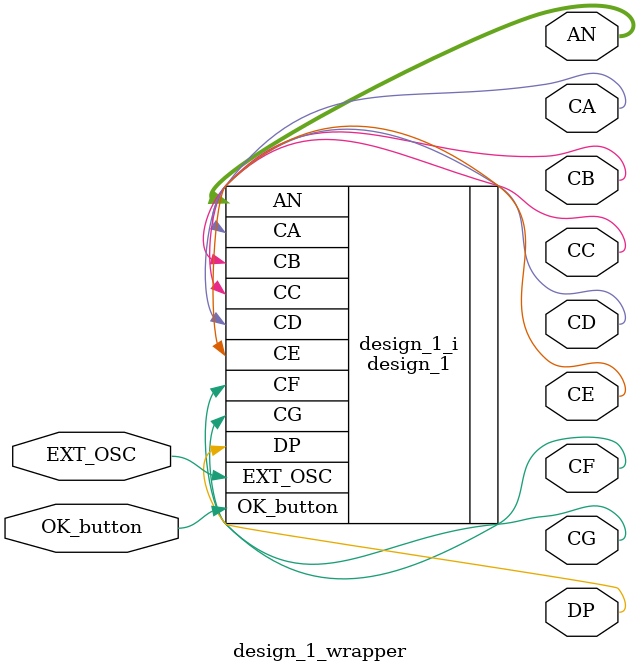
<source format=v>
`timescale 1 ps / 1 ps

module design_1_wrapper
   (AN,
    CA,
    CB,
    CC,
    CD,
    CE,
    CF,
    CG,
    DP,
    EXT_OSC,
    OK_button);
  output [0:7]AN;
  output CA;
  output CB;
  output CC;
  output CD;
  output CE;
  output CF;
  output CG;
  output DP;
  input EXT_OSC;
  input OK_button;

  wire [0:7]AN;
  wire CA;
  wire CB;
  wire CC;
  wire CD;
  wire CE;
  wire CF;
  wire CG;
  wire DP;
  wire EXT_OSC;
  wire OK_button;

  design_1 design_1_i
       (.AN(AN),
        .CA(CA),
        .CB(CB),
        .CC(CC),
        .CD(CD),
        .CE(CE),
        .CF(CF),
        .CG(CG),
        .DP(DP),
        .EXT_OSC(EXT_OSC),
        .OK_button(OK_button));
endmodule

</source>
